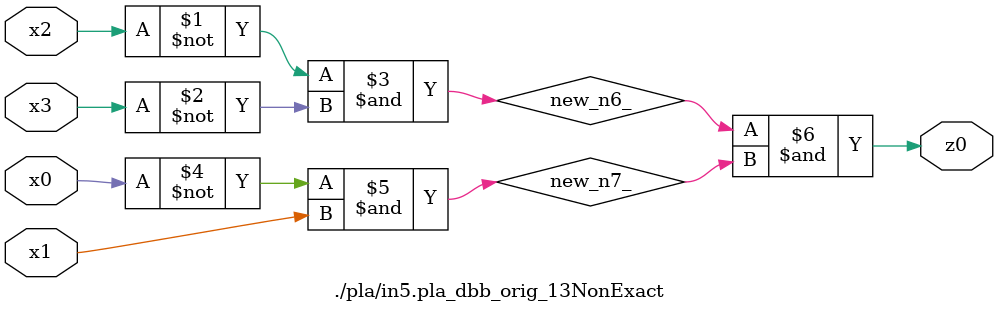
<source format=v>

module \./pla/in5.pla_dbb_orig_13NonExact  ( 
    x0, x1, x2, x3,
    z0  );
  input  x0, x1, x2, x3;
  output z0;
  wire new_n6_, new_n7_;
  assign new_n6_ = ~x2 & ~x3;
  assign new_n7_ = ~x0 & x1;
  assign z0 = new_n6_ & new_n7_;
endmodule



</source>
